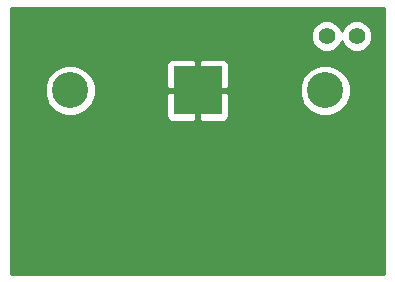
<source format=gbr>
G04 #@! TF.FileFunction,Copper,L2,Bot,Signal*
%FSLAX46Y46*%
G04 Gerber Fmt 4.6, Leading zero omitted, Abs format (unit mm)*
G04 Created by KiCad (PCBNEW 4.0.2-stable) date 2016 July 15, Friday 17:30:48*
%MOMM*%
G01*
G04 APERTURE LIST*
%ADD10C,0.100000*%
%ADD11C,1.397000*%
%ADD12R,4.064000X4.064000*%
%ADD13C,3.048000*%
%ADD14C,0.889000*%
%ADD15C,0.254000*%
G04 APERTURE END LIST*
D10*
D11*
X181102000Y-68072000D03*
X183642000Y-68072000D03*
D12*
X170180000Y-72644000D03*
D13*
X180975000Y-72644000D03*
X159385000Y-72644000D03*
D14*
X165100000Y-72136000D03*
X169164000Y-85852000D03*
D15*
G36*
X185980000Y-88190000D02*
X154380000Y-88190000D01*
X154380000Y-73071567D01*
X157225626Y-73071567D01*
X157553622Y-73865377D01*
X158160428Y-74473244D01*
X158953664Y-74802624D01*
X159812567Y-74803374D01*
X160606377Y-74475378D01*
X161214244Y-73868572D01*
X161543624Y-73075336D01*
X161543751Y-72929750D01*
X167513000Y-72929750D01*
X167513000Y-74802310D01*
X167609673Y-75035699D01*
X167788302Y-75214327D01*
X168021691Y-75311000D01*
X169894250Y-75311000D01*
X170053000Y-75152250D01*
X170053000Y-72771000D01*
X170307000Y-72771000D01*
X170307000Y-75152250D01*
X170465750Y-75311000D01*
X172338309Y-75311000D01*
X172571698Y-75214327D01*
X172750327Y-75035699D01*
X172847000Y-74802310D01*
X172847000Y-73071567D01*
X178815626Y-73071567D01*
X179143622Y-73865377D01*
X179750428Y-74473244D01*
X180543664Y-74802624D01*
X181402567Y-74803374D01*
X182196377Y-74475378D01*
X182804244Y-73868572D01*
X183133624Y-73075336D01*
X183134374Y-72216433D01*
X182806378Y-71422623D01*
X182199572Y-70814756D01*
X181406336Y-70485376D01*
X180547433Y-70484626D01*
X179753623Y-70812622D01*
X179145756Y-71419428D01*
X178816376Y-72212664D01*
X178815626Y-73071567D01*
X172847000Y-73071567D01*
X172847000Y-72929750D01*
X172688250Y-72771000D01*
X170307000Y-72771000D01*
X170053000Y-72771000D01*
X167671750Y-72771000D01*
X167513000Y-72929750D01*
X161543751Y-72929750D01*
X161544374Y-72216433D01*
X161216378Y-71422623D01*
X160609572Y-70814756D01*
X159817093Y-70485690D01*
X167513000Y-70485690D01*
X167513000Y-72358250D01*
X167671750Y-72517000D01*
X170053000Y-72517000D01*
X170053000Y-70135750D01*
X170307000Y-70135750D01*
X170307000Y-72517000D01*
X172688250Y-72517000D01*
X172847000Y-72358250D01*
X172847000Y-70485690D01*
X172750327Y-70252301D01*
X172571698Y-70073673D01*
X172338309Y-69977000D01*
X170465750Y-69977000D01*
X170307000Y-70135750D01*
X170053000Y-70135750D01*
X169894250Y-69977000D01*
X168021691Y-69977000D01*
X167788302Y-70073673D01*
X167609673Y-70252301D01*
X167513000Y-70485690D01*
X159817093Y-70485690D01*
X159816336Y-70485376D01*
X158957433Y-70484626D01*
X158163623Y-70812622D01*
X157555756Y-71419428D01*
X157226376Y-72212664D01*
X157225626Y-73071567D01*
X154380000Y-73071567D01*
X154380000Y-68336086D01*
X179768269Y-68336086D01*
X179970854Y-68826380D01*
X180345647Y-69201827D01*
X180835587Y-69405268D01*
X181366086Y-69405731D01*
X181856380Y-69203146D01*
X182231827Y-68828353D01*
X182372094Y-68490554D01*
X182510854Y-68826380D01*
X182885647Y-69201827D01*
X183375587Y-69405268D01*
X183906086Y-69405731D01*
X184396380Y-69203146D01*
X184771827Y-68828353D01*
X184975268Y-68338413D01*
X184975731Y-67807914D01*
X184773146Y-67317620D01*
X184398353Y-66942173D01*
X183908413Y-66738732D01*
X183377914Y-66738269D01*
X182887620Y-66940854D01*
X182512173Y-67315647D01*
X182371906Y-67653446D01*
X182233146Y-67317620D01*
X181858353Y-66942173D01*
X181368413Y-66738732D01*
X180837914Y-66738269D01*
X180347620Y-66940854D01*
X179972173Y-67315647D01*
X179768732Y-67805587D01*
X179768269Y-68336086D01*
X154380000Y-68336086D01*
X154380000Y-65659000D01*
X185980000Y-65659000D01*
X185980000Y-88190000D01*
X185980000Y-88190000D01*
G37*
X185980000Y-88190000D02*
X154380000Y-88190000D01*
X154380000Y-73071567D01*
X157225626Y-73071567D01*
X157553622Y-73865377D01*
X158160428Y-74473244D01*
X158953664Y-74802624D01*
X159812567Y-74803374D01*
X160606377Y-74475378D01*
X161214244Y-73868572D01*
X161543624Y-73075336D01*
X161543751Y-72929750D01*
X167513000Y-72929750D01*
X167513000Y-74802310D01*
X167609673Y-75035699D01*
X167788302Y-75214327D01*
X168021691Y-75311000D01*
X169894250Y-75311000D01*
X170053000Y-75152250D01*
X170053000Y-72771000D01*
X170307000Y-72771000D01*
X170307000Y-75152250D01*
X170465750Y-75311000D01*
X172338309Y-75311000D01*
X172571698Y-75214327D01*
X172750327Y-75035699D01*
X172847000Y-74802310D01*
X172847000Y-73071567D01*
X178815626Y-73071567D01*
X179143622Y-73865377D01*
X179750428Y-74473244D01*
X180543664Y-74802624D01*
X181402567Y-74803374D01*
X182196377Y-74475378D01*
X182804244Y-73868572D01*
X183133624Y-73075336D01*
X183134374Y-72216433D01*
X182806378Y-71422623D01*
X182199572Y-70814756D01*
X181406336Y-70485376D01*
X180547433Y-70484626D01*
X179753623Y-70812622D01*
X179145756Y-71419428D01*
X178816376Y-72212664D01*
X178815626Y-73071567D01*
X172847000Y-73071567D01*
X172847000Y-72929750D01*
X172688250Y-72771000D01*
X170307000Y-72771000D01*
X170053000Y-72771000D01*
X167671750Y-72771000D01*
X167513000Y-72929750D01*
X161543751Y-72929750D01*
X161544374Y-72216433D01*
X161216378Y-71422623D01*
X160609572Y-70814756D01*
X159817093Y-70485690D01*
X167513000Y-70485690D01*
X167513000Y-72358250D01*
X167671750Y-72517000D01*
X170053000Y-72517000D01*
X170053000Y-70135750D01*
X170307000Y-70135750D01*
X170307000Y-72517000D01*
X172688250Y-72517000D01*
X172847000Y-72358250D01*
X172847000Y-70485690D01*
X172750327Y-70252301D01*
X172571698Y-70073673D01*
X172338309Y-69977000D01*
X170465750Y-69977000D01*
X170307000Y-70135750D01*
X170053000Y-70135750D01*
X169894250Y-69977000D01*
X168021691Y-69977000D01*
X167788302Y-70073673D01*
X167609673Y-70252301D01*
X167513000Y-70485690D01*
X159817093Y-70485690D01*
X159816336Y-70485376D01*
X158957433Y-70484626D01*
X158163623Y-70812622D01*
X157555756Y-71419428D01*
X157226376Y-72212664D01*
X157225626Y-73071567D01*
X154380000Y-73071567D01*
X154380000Y-68336086D01*
X179768269Y-68336086D01*
X179970854Y-68826380D01*
X180345647Y-69201827D01*
X180835587Y-69405268D01*
X181366086Y-69405731D01*
X181856380Y-69203146D01*
X182231827Y-68828353D01*
X182372094Y-68490554D01*
X182510854Y-68826380D01*
X182885647Y-69201827D01*
X183375587Y-69405268D01*
X183906086Y-69405731D01*
X184396380Y-69203146D01*
X184771827Y-68828353D01*
X184975268Y-68338413D01*
X184975731Y-67807914D01*
X184773146Y-67317620D01*
X184398353Y-66942173D01*
X183908413Y-66738732D01*
X183377914Y-66738269D01*
X182887620Y-66940854D01*
X182512173Y-67315647D01*
X182371906Y-67653446D01*
X182233146Y-67317620D01*
X181858353Y-66942173D01*
X181368413Y-66738732D01*
X180837914Y-66738269D01*
X180347620Y-66940854D01*
X179972173Y-67315647D01*
X179768732Y-67805587D01*
X179768269Y-68336086D01*
X154380000Y-68336086D01*
X154380000Y-65659000D01*
X185980000Y-65659000D01*
X185980000Y-88190000D01*
M02*

</source>
